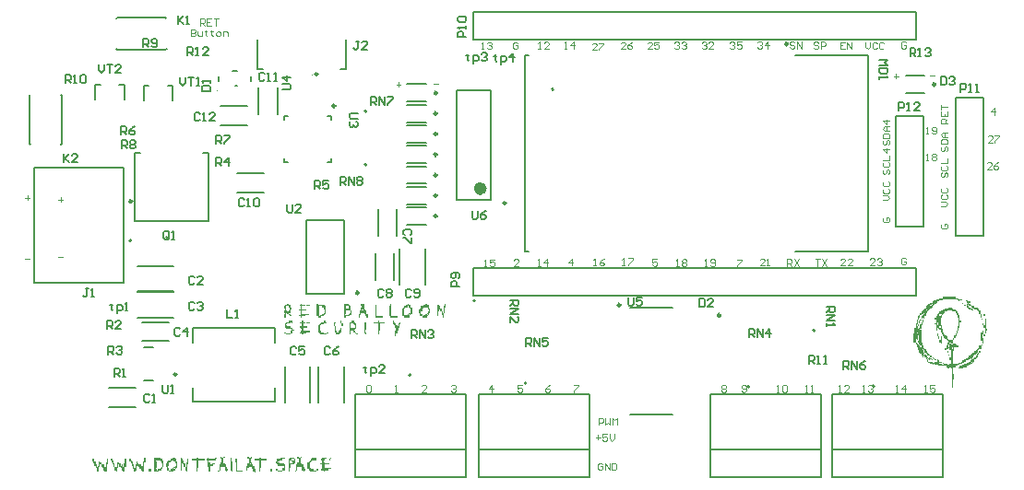
<source format=gto>
G04*
G04 #@! TF.GenerationSoftware,Altium Limited,Altium Designer,21.5.1 (32)*
G04*
G04 Layer_Color=65535*
%FSLAX25Y25*%
%MOIN*%
G70*
G04*
G04 #@! TF.SameCoordinates,57825C85-18FE-47E2-A138-B6FF28981A54*
G04*
G04*
G04 #@! TF.FilePolarity,Positive*
G04*
G01*
G75*
%ADD10C,0.00984*%
%ADD11C,0.00787*%
%ADD12C,0.02362*%
%ADD13C,0.00394*%
%ADD14C,0.01000*%
%ADD15C,0.00600*%
%ADD16C,0.00500*%
%ADD17C,0.00400*%
G36*
X341436Y69427D02*
X342665D01*
Y69017D01*
X343895D01*
Y68607D01*
X343075D01*
Y68197D01*
X342665D01*
Y68607D01*
X342255D01*
Y69017D01*
X336927D01*
Y68607D01*
X335698D01*
Y68197D01*
X334878D01*
Y67787D01*
X334468D01*
Y67377D01*
X334058D01*
Y66967D01*
X333648D01*
Y66558D01*
X333238D01*
Y66148D01*
X332828D01*
Y65738D01*
X332419D01*
Y65328D01*
X332009D01*
Y64918D01*
X331599D01*
Y64508D01*
X331189D01*
Y64098D01*
X330779D01*
Y62869D01*
X330369D01*
Y62459D01*
Y62049D01*
X329960D01*
Y62459D01*
X329550D01*
Y62049D01*
X329140D01*
Y62869D01*
X329550D01*
Y63279D01*
X329960D01*
Y63688D01*
X329140D01*
Y63279D01*
X328730D01*
Y64098D01*
X329140D01*
Y64508D01*
X329550D01*
Y64918D01*
X329960D01*
Y65328D01*
X330369D01*
Y65738D01*
X330779D01*
Y66558D01*
X331189D01*
Y66967D01*
X331599D01*
Y67377D01*
X332419D01*
Y67787D01*
X333238D01*
Y68197D01*
X333648D01*
Y68607D01*
X334468D01*
Y69017D01*
X335698D01*
Y69427D01*
X336927D01*
Y69836D01*
X341436D01*
Y69427D01*
D02*
G37*
G36*
X344305Y67377D02*
X343895D01*
Y67787D01*
X344305D01*
Y67377D01*
D02*
G37*
G36*
X345124Y66558D02*
X344714D01*
Y66967D01*
X345124D01*
Y66558D01*
D02*
G37*
G36*
X108225D02*
X106995D01*
Y66967D01*
X108225D01*
Y66558D01*
D02*
G37*
G36*
X157408Y66148D02*
X156999D01*
Y64098D01*
X156589D01*
Y64508D01*
Y66558D01*
X156999D01*
Y67377D01*
X157408D01*
Y66148D01*
D02*
G37*
G36*
X150441Y66967D02*
X151260D01*
Y65738D01*
X151670D01*
Y64098D01*
X151260D01*
Y63279D01*
X150851D01*
Y63688D01*
X150441D01*
Y64098D01*
X150851D01*
Y64508D01*
X151260D01*
Y65328D01*
X150851D01*
Y66148D01*
X149211D01*
Y65738D01*
X148801D01*
Y64508D01*
X148391D01*
Y63688D01*
X148801D01*
Y62869D01*
X149211D01*
Y63279D01*
X150031D01*
Y63688D01*
X150441D01*
Y63279D01*
X150851D01*
Y62869D01*
X150441D01*
Y62459D01*
X148801D01*
Y62869D01*
X147982D01*
Y64098D01*
X147572D01*
Y65328D01*
X147982D01*
Y65738D01*
X148391D01*
Y66558D01*
X149211D01*
Y66967D01*
X150031D01*
Y67377D01*
X150441D01*
Y66967D01*
D02*
G37*
G36*
X143883D02*
X144703D01*
Y66148D01*
X145113D01*
Y63688D01*
X144703D01*
Y63279D01*
X144293D01*
Y63688D01*
X143883D01*
Y64098D01*
X144703D01*
Y65738D01*
X144293D01*
Y66148D01*
X143883D01*
Y66558D01*
X143473D01*
Y66148D01*
X142653D01*
Y65738D01*
X142244D01*
Y63279D01*
X143473D01*
Y63688D01*
X143883D01*
Y63279D01*
X144293D01*
Y62459D01*
X142244D01*
Y62869D01*
X141424D01*
Y65738D01*
X141834D01*
Y66148D01*
X142244D01*
Y66558D01*
X143063D01*
Y66967D01*
X143473D01*
Y67377D01*
X143883D01*
Y66967D01*
D02*
G37*
G36*
X352092Y62869D02*
X351682D01*
Y63688D01*
X352092D01*
Y62869D01*
D02*
G37*
G36*
X100438Y66967D02*
X101258D01*
Y66148D01*
X101667D01*
Y65328D01*
X101258D01*
Y64098D01*
X100438D01*
Y63688D01*
X101258D01*
Y63279D01*
X101667D01*
Y62869D01*
X100848D01*
Y63279D01*
X100438D01*
Y63688D01*
X100028D01*
Y64098D01*
X99618D01*
Y62459D01*
X98798D01*
Y63688D01*
X99208D01*
Y64098D01*
X98798D01*
Y64918D01*
X99208D01*
Y65738D01*
X98798D01*
Y66558D01*
X99208D01*
Y66967D01*
X100028D01*
Y67377D01*
X100438D01*
Y66967D01*
D02*
G37*
G36*
X345944Y68197D02*
X346764D01*
Y67787D01*
X346354D01*
Y67377D01*
X346764D01*
Y66967D01*
X347174D01*
Y66558D01*
X348403D01*
Y66148D01*
X349633D01*
Y65738D01*
X350043D01*
Y64918D01*
X350452D01*
Y63688D01*
X350862D01*
Y62459D01*
X350452D01*
Y63688D01*
X350043D01*
Y64508D01*
X349633D01*
Y64918D01*
X349223D01*
Y65328D01*
X348403D01*
Y65738D01*
X347583D01*
Y66148D01*
X347174D01*
Y66558D01*
X346354D01*
Y66967D01*
X345944D01*
Y66558D01*
X346354D01*
Y66148D01*
X346764D01*
Y65738D01*
X347583D01*
Y65328D01*
X347993D01*
Y64918D01*
X347174D01*
Y65328D01*
X346354D01*
Y65738D01*
X345944D01*
Y66148D01*
X345534D01*
Y67377D01*
X345944D01*
Y67787D01*
X345534D01*
Y68197D01*
X345124D01*
Y68607D01*
X345944D01*
Y68197D01*
D02*
G37*
G36*
X154949Y66558D02*
X155359D01*
Y65738D01*
X155769D01*
Y64508D01*
X156179D01*
Y64098D01*
X156589D01*
Y62459D01*
X156179D01*
Y63279D01*
X155769D01*
Y64508D01*
X155359D01*
Y65328D01*
X154949D01*
Y64508D01*
X154539D01*
Y62869D01*
X154130D01*
Y63279D01*
Y66967D01*
X154949D01*
Y66558D01*
D02*
G37*
G36*
X137735Y62869D02*
X139784D01*
Y62459D01*
X137325D01*
Y62869D01*
X136915D01*
Y66558D01*
X137325D01*
Y67377D01*
X137735D01*
Y62869D01*
D02*
G37*
G36*
X132407D02*
X134456D01*
Y62459D01*
X131997D01*
Y64098D01*
Y64508D01*
Y66967D01*
X132407D01*
Y62869D01*
D02*
G37*
G36*
X127898Y65328D02*
X128308D01*
Y64918D01*
X128718D01*
Y63688D01*
X129128D01*
Y62459D01*
X128718D01*
Y62869D01*
X128308D01*
Y63688D01*
X127898D01*
Y64098D01*
X126669D01*
Y63279D01*
X126259D01*
Y62459D01*
X125849D01*
Y63688D01*
X126259D01*
Y64918D01*
X126669D01*
Y66148D01*
X127079D01*
Y66558D01*
X126669D01*
Y66967D01*
Y67377D01*
X127898D01*
Y65328D01*
D02*
G37*
G36*
X122160Y66967D02*
X122570D01*
Y66558D01*
X122980D01*
Y64918D01*
X123390D01*
Y63279D01*
X122570D01*
Y62869D01*
X121341D01*
Y62459D01*
X120521D01*
Y67377D01*
X122160D01*
Y66967D01*
D02*
G37*
G36*
X111094D02*
X113553D01*
Y66558D01*
X113963D01*
Y63688D01*
X113553D01*
Y63279D01*
X113143D01*
Y62869D01*
X112324D01*
Y62459D01*
X111094D01*
Y62869D01*
X110684D01*
Y64098D01*
Y64508D01*
Y67377D01*
X111094D01*
Y66967D01*
D02*
G37*
G36*
X105356D02*
X106586D01*
Y66558D01*
X105356D01*
Y65328D01*
X106995D01*
Y64918D01*
X105356D01*
Y63688D01*
X107815D01*
Y63279D01*
X106586D01*
Y62869D01*
X105356D01*
Y62459D01*
X104946D01*
Y62869D01*
X104127D01*
Y63279D01*
X104946D01*
Y63688D01*
Y64918D01*
X104127D01*
Y65328D01*
X104946D01*
Y66558D01*
X104536D01*
Y66967D01*
X104946D01*
Y67377D01*
X105356D01*
Y66967D01*
D02*
G37*
G36*
X351272Y61639D02*
X350862D01*
Y62049D01*
X351272D01*
Y61639D01*
D02*
G37*
G36*
X328730Y62869D02*
Y62459D01*
X328320D01*
Y61639D01*
X327910D01*
Y62869D01*
X328320D01*
Y63279D01*
X328730D01*
Y62869D01*
D02*
G37*
G36*
X329140Y61229D02*
X328730D01*
Y61639D01*
X329140D01*
Y61229D01*
D02*
G37*
G36*
X329960D02*
Y60819D01*
X329550D01*
Y61639D01*
X329960D01*
Y61229D01*
D02*
G37*
G36*
X328730Y60410D02*
X328320D01*
Y61229D01*
X328730D01*
Y60410D01*
D02*
G37*
G36*
X108225D02*
X106995D01*
Y60819D01*
X108225D01*
Y60410D01*
D02*
G37*
G36*
X102077D02*
X101667D01*
Y60819D01*
X101258D01*
Y60410D01*
X100028D01*
Y60000D01*
X99618D01*
Y59590D01*
X100028D01*
Y59180D01*
X101258D01*
Y58770D01*
X102077D01*
Y57950D01*
X102487D01*
Y57541D01*
X102077D01*
Y56721D01*
X101258D01*
Y57541D01*
X101667D01*
Y58360D01*
X99618D01*
Y58770D01*
X99208D01*
Y60410D01*
X99618D01*
Y60819D01*
X100438D01*
Y61229D01*
X102077D01*
Y60410D01*
D02*
G37*
G36*
X352502Y60000D02*
Y59590D01*
Y58360D01*
X352912D01*
Y57541D01*
X352502D01*
Y56721D01*
X352092D01*
Y58770D01*
X351682D01*
Y59590D01*
X351272D01*
Y60410D01*
X351682D01*
Y60000D01*
Y59590D01*
X352092D01*
Y62049D01*
X352502D01*
Y60000D01*
D02*
G37*
G36*
X119701Y60410D02*
X120111D01*
Y59180D01*
X119701D01*
Y59590D01*
Y60000D01*
Y60410D01*
X119291D01*
Y61229D01*
X119701D01*
Y60410D01*
D02*
G37*
G36*
X340206Y65738D02*
X340616D01*
Y65328D01*
X341436D01*
Y64918D01*
X341845D01*
Y64508D01*
X342255D01*
Y64098D01*
X342665D01*
Y63279D01*
X343075D01*
Y61229D01*
X343485D01*
Y60819D01*
X343075D01*
Y58770D01*
X342665D01*
Y57541D01*
X342255D01*
Y59180D01*
X342665D01*
Y62459D01*
X342255D01*
Y63279D01*
X341845D01*
Y64098D01*
X341436D01*
Y64508D01*
X340206D01*
Y64918D01*
X338566D01*
Y64508D01*
X337747D01*
Y64098D01*
X337337D01*
Y63688D01*
X336927D01*
Y63279D01*
X336517D01*
Y63688D01*
X335698D01*
Y62869D01*
X336107D01*
Y63279D01*
X336517D01*
Y62459D01*
X336107D01*
Y59590D01*
X336517D01*
Y58360D01*
X336927D01*
Y57131D01*
X337337D01*
Y56311D01*
X337747D01*
Y55901D01*
X338157D01*
Y55491D01*
X338566D01*
Y54672D01*
X338976D01*
Y54262D01*
X340616D01*
Y53032D01*
X341436D01*
Y52622D01*
X341845D01*
Y52212D01*
X342665D01*
Y51802D01*
X341026D01*
Y50163D01*
X340616D01*
Y45655D01*
X342665D01*
Y46064D01*
X343485D01*
Y46474D01*
X343895D01*
Y46884D01*
X344714D01*
Y47294D01*
X345124D01*
Y47704D01*
X345944D01*
Y48114D01*
X346354D01*
Y48524D01*
X346764D01*
Y48934D01*
X347174D01*
Y49343D01*
X347583D01*
Y49753D01*
X348403D01*
Y50163D01*
X348813D01*
Y50573D01*
X349223D01*
Y50983D01*
X349633D01*
Y51393D01*
X350043D01*
Y52212D01*
X350862D01*
Y50983D01*
X350043D01*
Y50573D01*
X349633D01*
Y49753D01*
X350043D01*
Y48934D01*
X349633D01*
Y48114D01*
X349223D01*
Y47704D01*
X348813D01*
Y47294D01*
X348403D01*
Y46474D01*
X347993D01*
Y46064D01*
X347583D01*
Y46474D01*
X347174D01*
Y46064D01*
X347583D01*
Y45655D01*
X346764D01*
Y45245D01*
X346354D01*
Y44835D01*
X345534D01*
Y44425D01*
X344305D01*
Y44015D01*
X342665D01*
Y44425D01*
X343075D01*
Y44835D01*
X343895D01*
Y45245D01*
X344714D01*
Y45655D01*
X345534D01*
Y46064D01*
X346354D01*
Y46474D01*
X346764D01*
Y46884D01*
X347174D01*
Y47704D01*
X346764D01*
Y47294D01*
X346354D01*
Y46884D01*
X345124D01*
Y46474D01*
X344714D01*
Y46064D01*
X343895D01*
Y45655D01*
X343075D01*
Y45245D01*
X342255D01*
Y44835D01*
X341436D01*
Y44425D01*
X340616D01*
Y41966D01*
X341026D01*
Y39917D01*
X340616D01*
Y37047D01*
X340206D01*
Y44015D01*
X339796D01*
Y44425D01*
X339386D01*
Y44015D01*
X338566D01*
Y44425D01*
X338157D01*
Y44835D01*
X335288D01*
Y45245D01*
X334058D01*
Y45655D01*
X333648D01*
Y45245D01*
X333238D01*
Y45655D01*
X332419D01*
Y46064D01*
X331599D01*
Y46474D01*
X331189D01*
Y47294D01*
X330779D01*
Y48114D01*
X330369D01*
Y48524D01*
X329960D01*
Y48114D01*
X329550D01*
Y48524D01*
X329140D01*
Y49343D01*
X328730D01*
Y49753D01*
X328320D01*
Y50573D01*
X327910D01*
Y51802D01*
X327500D01*
Y52622D01*
X327090D01*
Y53442D01*
X326271D01*
Y56721D01*
X326681D01*
Y58770D01*
X327090D01*
Y60410D01*
X327500D01*
Y61639D01*
X327910D01*
Y60000D01*
X328320D01*
Y59180D01*
X327910D01*
Y60000D01*
X327500D01*
Y59180D01*
X327910D01*
Y58360D01*
X328320D01*
Y58770D01*
X328730D01*
Y60000D01*
X329140D01*
Y60819D01*
X329550D01*
Y59590D01*
X329140D01*
Y58360D01*
X328730D01*
Y57950D01*
X329140D01*
Y53442D01*
X329550D01*
Y52212D01*
X329960D01*
Y51393D01*
X330369D01*
Y50983D01*
X330779D01*
Y50163D01*
X331189D01*
Y49753D01*
X331599D01*
Y49343D01*
X332009D01*
Y48934D01*
X332419D01*
Y48524D01*
X332828D01*
Y48114D01*
X332419D01*
Y48524D01*
X331189D01*
Y49343D01*
X330779D01*
Y49753D01*
X330369D01*
Y50573D01*
X329960D01*
Y50983D01*
X329550D01*
Y50573D01*
X329960D01*
Y49753D01*
X330369D01*
Y49343D01*
X329960D01*
Y48934D01*
X330779D01*
Y48524D01*
X331189D01*
Y48114D01*
X331599D01*
Y47704D01*
X332009D01*
Y48114D01*
X332419D01*
Y47704D01*
X332828D01*
Y47294D01*
X333238D01*
Y46884D01*
X332828D01*
Y47294D01*
X332419D01*
Y46884D01*
X332009D01*
Y47294D01*
X331599D01*
Y47704D01*
X331189D01*
Y47294D01*
X331599D01*
Y46884D01*
Y46474D01*
X333238D01*
Y46064D01*
X334058D01*
Y46474D01*
X334878D01*
Y47294D01*
X335288D01*
Y46884D01*
X335698D01*
Y46474D01*
X336517D01*
Y46064D01*
X335698D01*
Y45655D01*
X336517D01*
Y45245D01*
X337337D01*
Y45655D01*
X336927D01*
Y46064D01*
X337337D01*
Y45655D01*
X338566D01*
Y45245D01*
X339386D01*
Y45655D01*
X339796D01*
Y46884D01*
X339386D01*
Y48114D01*
X339796D01*
Y50573D01*
X339386D01*
Y51393D01*
X338976D01*
Y50983D01*
X338157D01*
Y50573D01*
X337747D01*
Y51393D01*
X338157D01*
Y52212D01*
X338566D01*
Y53442D01*
X338976D01*
Y53852D01*
X338566D01*
Y54262D01*
X338157D01*
Y54672D01*
X337747D01*
Y55081D01*
X337337D01*
Y55491D01*
X336927D01*
Y56311D01*
X336517D01*
Y57131D01*
X336107D01*
Y57950D01*
X335698D01*
Y58360D01*
X335288D01*
Y58770D01*
X334878D01*
Y57541D01*
X334468D01*
Y60000D01*
X334058D01*
Y60410D01*
X334468D01*
Y61639D01*
X334058D01*
Y62459D01*
X334468D01*
Y62869D01*
X334878D01*
Y63688D01*
X335288D01*
Y64098D01*
X335698D01*
Y64508D01*
X336107D01*
Y64918D01*
X336927D01*
Y65328D01*
X337747D01*
Y65738D01*
X338976D01*
Y66148D01*
X340206D01*
Y65738D01*
D02*
G37*
G36*
X342255Y57131D02*
Y56721D01*
X341845D01*
Y57541D01*
X342255D01*
Y57131D01*
D02*
G37*
G36*
X114783Y56721D02*
X114373D01*
Y57131D01*
X114783D01*
Y56721D01*
D02*
G37*
G36*
X133227Y60819D02*
X135276D01*
Y60410D01*
X133636D01*
Y57541D01*
X133227D01*
Y56311D01*
X132817D01*
Y60410D01*
X131177D01*
Y60819D01*
X132817D01*
Y61229D01*
X133227D01*
Y60819D01*
D02*
G37*
G36*
X128718Y59180D02*
Y58770D01*
Y57950D01*
X128308D01*
Y57131D01*
X128718D01*
Y56311D01*
X128308D01*
Y56721D01*
X127898D01*
Y60819D01*
X128718D01*
Y59180D01*
D02*
G37*
G36*
X124210Y60819D02*
X124619D01*
Y60410D01*
X125029D01*
Y58360D01*
X124619D01*
Y57950D01*
X124210D01*
Y57541D01*
X124619D01*
Y57131D01*
X125029D01*
Y56721D01*
X125439D01*
Y56311D01*
X125029D01*
Y56721D01*
X124619D01*
Y57131D01*
X123800D01*
Y57541D01*
X122980D01*
Y56311D01*
X122570D01*
Y58360D01*
Y58770D01*
Y60819D01*
X123390D01*
Y61229D01*
X124210D01*
Y60819D01*
D02*
G37*
G36*
X117652Y60410D02*
X117242D01*
Y60000D01*
Y59180D01*
X117652D01*
Y57541D01*
X118062D01*
Y57131D01*
X118472D01*
Y57541D01*
X118881D01*
Y57950D01*
X119291D01*
Y58770D01*
X119701D01*
Y57131D01*
X119291D01*
Y56721D01*
X118881D01*
Y56311D01*
X117652D01*
Y57131D01*
X117242D01*
Y58360D01*
Y58770D01*
Y59180D01*
X116832D01*
Y60819D01*
X117652D01*
Y60410D01*
D02*
G37*
G36*
X113963Y60819D02*
X114373D01*
Y60410D01*
X113143D01*
Y60000D01*
X112324D01*
Y59590D01*
X111914D01*
Y57541D01*
X112324D01*
Y57131D01*
X113143D01*
Y56721D01*
X114373D01*
Y56311D01*
X111914D01*
Y56721D01*
X111504D01*
Y57131D01*
X111094D01*
Y59590D01*
X111504D01*
Y60000D01*
X111914D01*
Y60410D01*
X112324D01*
Y60819D01*
X113143D01*
Y61229D01*
X113963D01*
Y60819D01*
D02*
G37*
G36*
X105766D02*
X106586D01*
Y60410D01*
X105766D01*
Y59180D01*
X107405D01*
Y58770D01*
X105766D01*
Y57541D01*
X108225D01*
Y57131D01*
X106995D01*
Y56721D01*
X105766D01*
Y56311D01*
X105356D01*
Y56721D01*
X104536D01*
Y57131D01*
X104946D01*
Y57541D01*
X105356D01*
Y58360D01*
X104946D01*
Y58770D01*
X104536D01*
Y59180D01*
X105356D01*
Y60410D01*
X104536D01*
Y60819D01*
X105356D01*
Y61229D01*
X105766D01*
Y60819D01*
D02*
G37*
G36*
X99618Y56721D02*
X101258D01*
Y56311D01*
X99618D01*
Y56721D01*
X98798D01*
Y57131D01*
X99618D01*
Y56721D01*
D02*
G37*
G36*
X351682Y56311D02*
X352092D01*
Y55491D01*
X351682D01*
Y55901D01*
Y56311D01*
X351272D01*
Y55081D01*
X351682D01*
Y53032D01*
X351272D01*
Y53852D01*
X350452D01*
Y54262D01*
Y57131D01*
X351272D01*
Y57541D01*
X351682D01*
Y56311D01*
D02*
G37*
G36*
X138555Y60819D02*
X138965D01*
Y60410D01*
X139374D01*
Y59590D01*
X139784D01*
Y59180D01*
X140194D01*
Y60410D01*
X140604D01*
Y60819D01*
X141014D01*
Y60000D01*
X140604D01*
Y58770D01*
X140194D01*
Y57541D01*
X139784D01*
Y56721D01*
X139374D01*
Y55491D01*
X138965D01*
Y57541D01*
X139374D01*
Y58770D01*
X138965D01*
Y59590D01*
X138555D01*
Y60000D01*
X138145D01*
Y61229D01*
X138555D01*
Y60819D01*
D02*
G37*
G36*
X341845Y55491D02*
X341436D01*
Y55081D01*
X341026D01*
Y55491D01*
Y55901D01*
X341436D01*
Y56721D01*
X341845D01*
Y55491D01*
D02*
G37*
G36*
X335288D02*
X335698D01*
Y55081D01*
Y54672D01*
X335288D01*
Y55491D01*
X334878D01*
Y55901D01*
Y56311D01*
Y56721D01*
X335288D01*
Y55491D01*
D02*
G37*
G36*
X341026Y54672D02*
Y54262D01*
X340616D01*
Y55081D01*
X341026D01*
Y54672D01*
D02*
G37*
G36*
X336517Y53032D02*
X336107D01*
Y53442D01*
X335698D01*
Y54262D01*
X336107D01*
Y54672D01*
Y55081D01*
Y55491D01*
X336517D01*
Y53032D01*
D02*
G37*
G36*
X351272Y52212D02*
X350862D01*
Y52622D01*
X351272D01*
Y52212D01*
D02*
G37*
G36*
X350452Y49753D02*
X350043D01*
Y50163D01*
X350452D01*
Y49753D01*
D02*
G37*
G36*
X338976D02*
X338566D01*
Y50163D01*
X338976D01*
Y49753D01*
D02*
G37*
G36*
X339386Y48524D02*
X338976D01*
Y48934D01*
X339386D01*
Y48524D01*
D02*
G37*
G36*
X333648Y47704D02*
X334058D01*
Y47294D01*
X334468D01*
Y46884D01*
X334058D01*
Y47294D01*
X333648D01*
Y47704D01*
X333238D01*
Y48114D01*
X333648D01*
Y47704D01*
D02*
G37*
G36*
X105356Y11636D02*
X104946D01*
Y12046D01*
X105356D01*
Y11636D01*
D02*
G37*
G36*
X87322Y11226D02*
X86912D01*
Y9997D01*
X87322D01*
Y9177D01*
X87732D01*
Y8767D01*
X88142D01*
Y7538D01*
X88552D01*
Y6308D01*
X88142D01*
Y6718D01*
X87732D01*
Y7538D01*
X87322D01*
Y8357D01*
X86093D01*
Y7948D01*
X85683D01*
Y7128D01*
X85273D01*
Y8767D01*
X85683D01*
Y9587D01*
X86093D01*
Y9997D01*
Y10407D01*
Y11226D01*
X85683D01*
Y12046D01*
X86093D01*
Y11636D01*
X86912D01*
Y12046D01*
X87322D01*
Y11226D01*
D02*
G37*
G36*
X77486Y11636D02*
X77076D01*
Y12046D01*
X77486D01*
Y11636D01*
D02*
G37*
G36*
X116013Y11226D02*
X115603D01*
Y11636D01*
X116013D01*
Y11226D01*
D02*
G37*
G36*
X74617D02*
X74207D01*
Y10817D01*
X71748D01*
Y9997D01*
X72157D01*
Y9177D01*
X72977D01*
Y9587D01*
X73797D01*
Y9177D01*
X73387D01*
Y8767D01*
X72157D01*
Y6718D01*
X71748D01*
Y8357D01*
X71338D01*
Y10817D01*
X70928D01*
Y11226D01*
X71338D01*
Y11636D01*
X71748D01*
Y11226D01*
X73797D01*
Y11636D01*
X74617D01*
Y11226D01*
D02*
G37*
G36*
X115603Y10817D02*
X115193D01*
Y11226D01*
X115603D01*
Y10817D01*
D02*
G37*
G36*
X48795Y11226D02*
Y10817D01*
Y9997D01*
X48386D01*
Y6718D01*
X47566D01*
Y7128D01*
X47156D01*
Y7538D01*
X46746D01*
Y8357D01*
X46336D01*
Y8767D01*
X45516D01*
Y7128D01*
X45107D01*
Y6718D01*
X44697D01*
Y7538D01*
X44287D01*
Y8767D01*
X43877D01*
Y9587D01*
X43467D01*
Y10407D01*
X43057D01*
Y11226D01*
X43467D01*
Y10817D01*
X43877D01*
Y10407D01*
X44287D01*
Y9177D01*
X44697D01*
Y7948D01*
X45107D01*
Y9177D01*
X45516D01*
Y10407D01*
X45926D01*
Y9587D01*
X46336D01*
Y9177D01*
X47156D01*
Y8767D01*
X47976D01*
Y10407D01*
X48386D01*
Y11636D01*
X48795D01*
Y11226D01*
D02*
G37*
G36*
X54124D02*
X54943D01*
Y10817D01*
X55353D01*
Y8357D01*
X54943D01*
Y9587D01*
X54533D01*
Y10407D01*
X54124D01*
Y10817D01*
X52484D01*
Y10407D01*
X52894D01*
Y7948D01*
X52484D01*
Y7538D01*
X52894D01*
Y7128D01*
X53304D01*
Y7538D01*
X54124D01*
Y7948D01*
X54533D01*
Y8357D01*
X54943D01*
Y7948D01*
Y7538D01*
X54533D01*
Y7128D01*
X53714D01*
Y6718D01*
X52074D01*
Y11636D01*
X54124D01*
Y11226D01*
D02*
G37*
G36*
X41828Y8357D02*
X41418D01*
Y6718D01*
X40598D01*
Y7128D01*
X40188D01*
Y7948D01*
X39779D01*
Y8357D01*
X39369D01*
Y9177D01*
X38959D01*
Y7948D01*
X38549D01*
Y6718D01*
X38139D01*
Y7128D01*
X37729D01*
Y8357D01*
X37319D01*
Y9177D01*
X36909D01*
Y9997D01*
X36500D01*
Y10817D01*
X36090D01*
Y11226D01*
X36909D01*
Y10817D01*
X37319D01*
Y9587D01*
X37729D01*
Y8357D01*
X38549D01*
Y9997D01*
X39369D01*
Y9587D01*
X39779D01*
Y8767D01*
X40188D01*
Y9177D01*
X40598D01*
Y8357D01*
X41008D01*
Y9587D01*
X41418D01*
Y11226D01*
X41828D01*
Y8357D01*
D02*
G37*
G36*
X35270Y9177D02*
X34860D01*
Y6718D01*
X34040D01*
Y7128D01*
X33631D01*
Y7948D01*
X33221D01*
Y8357D01*
X32811D01*
Y9177D01*
X32401D01*
Y8357D01*
X31991D01*
Y6718D01*
X31171D01*
Y7948D01*
X30762D01*
Y8767D01*
X30352D01*
Y9587D01*
X29942D01*
Y10407D01*
X29532D01*
Y11226D01*
X30352D01*
Y10407D01*
X30762D01*
Y9177D01*
X31171D01*
Y8767D01*
Y8357D01*
X31581D01*
Y8767D01*
X31991D01*
Y10407D01*
X32401D01*
Y9997D01*
X32811D01*
Y9177D01*
X34040D01*
Y8767D01*
Y8357D01*
X34450D01*
Y9997D01*
X34860D01*
Y11226D01*
X35270D01*
Y9177D01*
D02*
G37*
G36*
X59452Y11226D02*
X59862D01*
Y10407D01*
X60272D01*
Y7948D01*
X59862D01*
Y7538D01*
X59452D01*
Y7948D01*
X59042D01*
Y8357D01*
X59452D01*
Y8767D01*
X59862D01*
Y9587D01*
X59452D01*
Y10407D01*
X59042D01*
Y10817D01*
X58222D01*
Y10407D01*
X57812D01*
Y9997D01*
X57402D01*
Y8767D01*
X56993D01*
Y7948D01*
X57402D01*
Y7128D01*
X57812D01*
Y7538D01*
X58632D01*
Y7948D01*
X59042D01*
Y7538D01*
X59452D01*
Y7128D01*
X59042D01*
Y6718D01*
X57402D01*
Y7128D01*
X56583D01*
Y8357D01*
X56173D01*
Y9587D01*
X56583D01*
Y10407D01*
X56993D01*
Y10817D01*
X57812D01*
Y11226D01*
X58632D01*
Y11636D01*
X59452D01*
Y11226D01*
D02*
G37*
G36*
X111094Y7128D02*
X110684D01*
Y7538D01*
X111094D01*
Y7128D01*
D02*
G37*
G36*
X99208Y11226D02*
X98388D01*
Y10817D01*
X97159D01*
Y10407D01*
X96749D01*
Y9997D01*
X97159D01*
Y9587D01*
X98798D01*
Y9177D01*
X99208D01*
Y7128D01*
X98388D01*
Y7948D01*
X98798D01*
Y8767D01*
X96749D01*
Y9177D01*
X96339D01*
Y9587D01*
X95929D01*
Y10407D01*
X96339D01*
Y11226D01*
X97569D01*
Y11636D01*
X99208D01*
Y11226D01*
D02*
G37*
G36*
X114373D02*
X113553D01*
Y10817D01*
X113143D01*
Y9997D01*
X113553D01*
Y9587D01*
X115193D01*
Y9177D01*
X113553D01*
Y7948D01*
X116013D01*
Y7538D01*
X114783D01*
Y7128D01*
X113553D01*
Y6718D01*
X113143D01*
Y7128D01*
X112324D01*
Y7538D01*
X112734D01*
Y9177D01*
X111914D01*
Y9587D01*
X112734D01*
Y10817D01*
X112324D01*
Y11226D01*
X112734D01*
Y11636D01*
X114373D01*
Y11226D01*
D02*
G37*
G36*
X110684Y10817D02*
X109045D01*
Y10407D01*
X108635D01*
Y9997D01*
X108225D01*
Y7948D01*
X108635D01*
Y7538D01*
X109455D01*
Y7128D01*
X110684D01*
Y6718D01*
X108225D01*
Y7128D01*
X107815D01*
Y7538D01*
X107405D01*
Y9997D01*
X107815D01*
Y10407D01*
X108225D01*
Y10817D01*
X108635D01*
Y11226D01*
X109045D01*
Y11636D01*
X110684D01*
Y10817D01*
D02*
G37*
G36*
X104127Y11636D02*
X104946D01*
Y9587D01*
X105356D01*
Y9177D01*
X105766D01*
Y8357D01*
X106176D01*
Y7538D01*
X106586D01*
Y7128D01*
X106176D01*
Y6718D01*
X105766D01*
Y7128D01*
X105356D01*
Y8357D01*
X103717D01*
Y7128D01*
X103307D01*
Y9177D01*
X103717D01*
Y9997D01*
X104127D01*
Y11226D01*
X103717D01*
Y12046D01*
X104127D01*
Y11636D01*
D02*
G37*
G36*
X103307Y6718D02*
X102897D01*
Y7128D01*
X103307D01*
Y6718D01*
D02*
G37*
G36*
X102487Y11226D02*
X102897D01*
Y9587D01*
X102487D01*
Y9177D01*
X101258D01*
Y7948D01*
X100848D01*
Y6718D01*
X100438D01*
Y11226D01*
X100848D01*
Y11636D01*
X102487D01*
Y11226D01*
D02*
G37*
G36*
X96749Y7128D02*
X98388D01*
Y6718D01*
X96749D01*
Y7128D01*
X95929D01*
Y7538D01*
X96749D01*
Y7128D01*
D02*
G37*
G36*
X94700Y6718D02*
X93880D01*
Y7538D01*
X94700D01*
Y6718D01*
D02*
G37*
G36*
X90601Y11226D02*
X92650D01*
Y10817D01*
X90601D01*
Y7948D01*
X90191D01*
Y6718D01*
X89781D01*
Y10817D01*
X88142D01*
Y11226D01*
X89781D01*
Y11636D01*
X90601D01*
Y11226D01*
D02*
G37*
G36*
X81994Y7128D02*
X84043D01*
Y6718D01*
X81584D01*
Y9587D01*
Y9997D01*
X81174D01*
Y11226D01*
X81994D01*
Y7128D01*
D02*
G37*
G36*
X79945Y10407D02*
X80355D01*
Y7948D01*
Y7538D01*
Y6718D01*
X79945D01*
Y7128D01*
X79535D01*
Y11636D01*
X79945D01*
Y10407D01*
D02*
G37*
G36*
X76256Y11636D02*
X77076D01*
Y9587D01*
X77486D01*
Y9177D01*
X77895D01*
Y8357D01*
X78305D01*
Y7538D01*
X78715D01*
Y7128D01*
X78305D01*
Y6718D01*
X77895D01*
Y7128D01*
X77486D01*
Y8357D01*
X75846D01*
Y7128D01*
X75436D01*
Y8767D01*
Y9177D01*
X75846D01*
Y9997D01*
X76256D01*
Y11226D01*
X75846D01*
Y12046D01*
X76256D01*
Y11636D01*
D02*
G37*
G36*
X75436Y6718D02*
X75026D01*
Y7128D01*
X75436D01*
Y6718D01*
D02*
G37*
G36*
X68059Y11226D02*
X70108D01*
Y10817D01*
X68059D01*
Y7948D01*
X67649D01*
Y6718D01*
X67239D01*
Y8767D01*
Y9177D01*
Y10817D01*
X65600D01*
Y11226D01*
X67239D01*
Y11636D01*
X68059D01*
Y11226D01*
D02*
G37*
G36*
X61911D02*
X62321D01*
Y10817D01*
X62731D01*
Y9587D01*
X63140D01*
Y8357D01*
X63550D01*
Y8767D01*
Y9997D01*
X63960D01*
Y11226D01*
X64370D01*
Y9177D01*
X63960D01*
Y6718D01*
X63550D01*
Y7128D01*
X63140D01*
Y8357D01*
X62731D01*
Y8767D01*
Y9177D01*
X62321D01*
Y9587D01*
X61911D01*
Y7128D01*
X61501D01*
Y11636D01*
X61911D01*
Y11226D01*
D02*
G37*
G36*
X50845Y6718D02*
X50025D01*
Y7128D01*
Y7538D01*
X50845D01*
Y6718D01*
D02*
G37*
%LPC*%
G36*
X333238Y67377D02*
X332828D01*
Y66967D01*
X333238D01*
Y67377D01*
D02*
G37*
G36*
X332828Y66967D02*
X332419D01*
Y66558D01*
X332828D01*
Y66967D01*
D02*
G37*
G36*
X331189Y65328D02*
X330779D01*
Y64918D01*
X331189D01*
Y65328D01*
D02*
G37*
G36*
X330369Y64098D02*
X329960D01*
Y63688D01*
X330369D01*
Y64098D01*
D02*
G37*
G36*
X100438Y66558D02*
X99618D01*
Y65738D01*
Y65328D01*
Y64918D01*
X100028D01*
Y64508D01*
X100438D01*
Y64918D01*
X100848D01*
Y66148D01*
X100438D01*
Y66558D01*
D02*
G37*
G36*
X127489Y65328D02*
X127079D01*
Y64918D01*
X127489D01*
Y65328D01*
D02*
G37*
G36*
X122160Y66558D02*
X121341D01*
Y66148D01*
Y65738D01*
X122160D01*
Y66558D01*
D02*
G37*
G36*
X122980Y64918D02*
X121341D01*
Y63688D01*
X120931D01*
Y63279D01*
X122160D01*
Y63688D01*
X122570D01*
Y64098D01*
X122980D01*
Y64918D01*
D02*
G37*
G36*
X112734Y66558D02*
X111504D01*
Y62869D01*
X111914D01*
Y63279D01*
X112734D01*
Y63688D01*
X113143D01*
Y64098D01*
X113553D01*
Y64508D01*
Y64918D01*
Y65328D01*
X113143D01*
Y66148D01*
X112734D01*
Y66558D01*
D02*
G37*
G36*
X335288Y60819D02*
X334878D01*
Y59590D01*
X335288D01*
Y60819D01*
D02*
G37*
G36*
X336107Y59180D02*
X335698D01*
Y58770D01*
X336107D01*
Y59180D01*
D02*
G37*
G36*
X327910Y57131D02*
X327500D01*
Y56721D01*
X327910D01*
Y57131D01*
D02*
G37*
G36*
X328320Y55901D02*
X327910D01*
Y54262D01*
X327500D01*
Y54672D01*
X327090D01*
Y53442D01*
X327500D01*
Y53032D01*
X327910D01*
Y52622D01*
X328320D01*
Y52212D01*
X328730D01*
Y51802D01*
X329140D01*
Y52212D01*
X328730D01*
Y52622D01*
X328320D01*
Y53442D01*
X327910D01*
Y53852D01*
X328320D01*
Y55901D01*
D02*
G37*
G36*
X339796Y53442D02*
X339386D01*
Y53032D01*
X339796D01*
Y52622D01*
X340616D01*
Y53032D01*
X339796D01*
Y53442D01*
D02*
G37*
G36*
X339386Y52622D02*
X338976D01*
Y51802D01*
X339386D01*
Y52212D01*
Y52622D01*
D02*
G37*
G36*
X340616Y51802D02*
X340206D01*
Y50983D01*
X340616D01*
Y51393D01*
Y51802D01*
D02*
G37*
G36*
X349633Y49753D02*
X349223D01*
Y49343D01*
X349633D01*
Y49753D01*
D02*
G37*
G36*
X349223Y49343D02*
X348813D01*
Y48934D01*
X348403D01*
Y48524D01*
X347993D01*
Y48114D01*
X347583D01*
Y47294D01*
X347993D01*
Y47704D01*
X348403D01*
Y48114D01*
X348813D01*
Y48524D01*
X349223D01*
Y49343D01*
D02*
G37*
G36*
X123800Y60410D02*
X122980D01*
Y58770D01*
X124619D01*
Y59590D01*
X124210D01*
Y60000D01*
X123800D01*
Y60410D01*
D02*
G37*
G36*
X86912Y9587D02*
X86502D01*
Y9177D01*
X86912D01*
Y9587D01*
D02*
G37*
G36*
X102487Y11226D02*
X101667D01*
Y10817D01*
X102487D01*
Y11226D01*
D02*
G37*
G36*
X101667Y10817D02*
X100848D01*
Y9587D01*
X102077D01*
Y10407D01*
X101667D01*
Y10817D01*
D02*
G37*
%LPD*%
D10*
X60091Y41835D02*
G03*
X60091Y41835I-492J0D01*
G01*
X280847Y161398D02*
G03*
X280847Y161398I-492J0D01*
G01*
X334252Y146752D02*
G03*
X334252Y146752I-492J0D01*
G01*
X154134Y121407D02*
G03*
X154134Y121407I-492J0D01*
G01*
Y113976D02*
G03*
X154134Y113976I-492J0D01*
G01*
Y143700D02*
G03*
X154134Y143700I-492J0D01*
G01*
Y136269D02*
G03*
X154134Y136269I-492J0D01*
G01*
Y128838D02*
G03*
X154134Y128838I-492J0D01*
G01*
Y99114D02*
G03*
X154134Y99114I-492J0D01*
G01*
Y106545D02*
G03*
X154134Y106545I-492J0D01*
G01*
X179035Y103858D02*
G03*
X179035Y103858I-492J0D01*
G01*
X220472Y66929D02*
G03*
X220472Y66929I-492J0D01*
G01*
X256594Y63189D02*
G03*
X256594Y63189I-492J0D01*
G01*
X117382Y138974D02*
G03*
X117382Y138974I-492J0D01*
G01*
X111051Y150488D02*
G03*
X111051Y150488I-492J0D01*
G01*
X125874Y71323D02*
G03*
X125874Y71323I-492J0D01*
G01*
X43961Y104500D02*
G03*
X43961Y104500I-492J0D01*
G01*
D11*
X128740Y117717D02*
G03*
X128740Y117717I-394J0D01*
G01*
Y137106D02*
G03*
X128740Y137106I-394J0D01*
G01*
X312205Y37500D02*
G03*
X312205Y37500I-394J0D01*
G01*
X186417Y38681D02*
G03*
X186417Y38681I-394J0D01*
G01*
X267126Y37421D02*
G03*
X267126Y37421I-394J0D01*
G01*
X144685Y41614D02*
G03*
X144685Y41614I-394J0D01*
G01*
X168032Y68504D02*
G03*
X168032Y68504I-394J0D01*
G01*
X290768Y57776D02*
G03*
X290768Y57776I-394J0D01*
G01*
X43756Y90216D02*
G03*
X43756Y90216I-394J0D01*
G01*
X48280Y51579D02*
X51626D01*
X48280Y39571D02*
X51626D01*
X296824Y34610D02*
X336824D01*
X296824Y14610D02*
X336824D01*
Y34610D01*
X296824Y14610D02*
Y34610D01*
X253007D02*
X293007D01*
X253007Y14610D02*
X293007D01*
Y34610D01*
X253007Y14610D02*
Y34610D01*
X169191D02*
X209191D01*
X169191Y14610D02*
X209191D01*
Y34610D01*
X169191Y14610D02*
Y34610D01*
X124610D02*
X164610D01*
X124610Y14610D02*
X164610D01*
Y34610D01*
X124610Y14610D02*
Y34610D01*
X283602Y157461D02*
X309842D01*
X185827D02*
X187106D01*
X185827Y86201D02*
Y157461D01*
X283602Y86201D02*
X309842D01*
X185827D02*
X187106D01*
X309842D02*
Y157461D01*
X35709Y29905D02*
X45387D01*
X35709Y36827D02*
X45387D01*
X323524Y143602D02*
X330217D01*
X323524Y149902D02*
X330217D01*
X143405Y118258D02*
X150098D01*
X143405Y124557D02*
X150098D01*
X143405Y110827D02*
X150098D01*
X143405Y117126D02*
X150098D01*
X143405Y140551D02*
X150098D01*
X143405Y146850D02*
X150098D01*
X143405Y133120D02*
X150098D01*
X143405Y139419D02*
X150098D01*
X143405Y125689D02*
X150098D01*
X143405Y131988D02*
X150098D01*
X143405Y95965D02*
X150098D01*
X143405Y102264D02*
X150098D01*
X143405Y103396D02*
X150098D01*
X143405Y109695D02*
X150098D01*
X161122Y144488D02*
X173721D01*
X161122Y105118D02*
X173721D01*
X161122D02*
Y144488D01*
X173721Y105118D02*
Y144488D01*
X139729Y91976D02*
Y101654D01*
X132807Y91976D02*
Y101654D01*
X319902Y95276D02*
X329902D01*
X319902D02*
Y135276D01*
X329902Y95276D02*
Y135276D01*
X319902D02*
X329902D01*
X341555Y91870D02*
X351555D01*
X341555D02*
Y141870D01*
X351555Y91870D02*
Y141870D01*
X341555D02*
X351555D01*
X167244Y172913D02*
X327244D01*
Y162913D02*
Y172913D01*
X319744Y162913D02*
X327244D01*
X167244D02*
X319744D01*
X167244D02*
Y172913D01*
Y80394D02*
X327244D01*
Y70394D02*
Y80394D01*
X319744Y70394D02*
X327244D01*
X167244D02*
X319744D01*
X167244D02*
Y80394D01*
X223781Y27264D02*
X239211D01*
X223781Y65846D02*
X239211D01*
X336824Y4610D02*
Y14610D01*
X296824Y4610D02*
X336824D01*
X296824Y14610D02*
X336824D01*
X296824Y4610D02*
Y14610D01*
X293007Y4610D02*
Y14610D01*
X253007Y4610D02*
X293007D01*
X253007Y14610D02*
X293007D01*
X253007Y4610D02*
Y14610D01*
X209191Y4610D02*
Y14610D01*
X169191Y4610D02*
X209191D01*
X169191Y14610D02*
X209191D01*
X169191Y4610D02*
Y14610D01*
X124610Y4610D02*
Y14610D01*
X164610D01*
X124610Y4610D02*
X164610D01*
Y14610D01*
X140629Y74307D02*
Y87323D01*
X149906Y74307D02*
Y87323D01*
X39370Y146555D02*
X41142D01*
X30695D02*
X32480D01*
X30709Y141240D02*
Y146555D01*
X41142Y141240D02*
Y146555D01*
X56791Y146457D02*
X58563D01*
X48116D02*
X49902D01*
X48130Y141142D02*
Y146457D01*
X58563Y141142D02*
Y146457D01*
X114476Y135439D02*
X115854D01*
Y134061D02*
Y135439D01*
Y118509D02*
Y119887D01*
X114476Y118509D02*
X115854D01*
X98925D02*
X100303D01*
X98925D02*
Y119887D01*
Y135439D02*
X100303D01*
X98925Y134061D02*
Y135439D01*
X121268Y152457D02*
Y162988D01*
X89417Y152457D02*
Y162988D01*
Y152457D02*
X91268D01*
X119417D02*
X121268D01*
X75098Y148130D02*
Y149705D01*
X86910Y148130D02*
Y149705D01*
X81398Y146161D02*
X81791D01*
X80216Y151673D02*
X81791D01*
X75870Y138993D02*
X85548D01*
X75870Y132070D02*
X85548D01*
X96571Y136007D02*
Y145686D01*
X89649Y136007D02*
Y145686D01*
X81775Y114681D02*
X91453D01*
X81775Y107759D02*
X91453D01*
X107075Y97504D02*
X120461D01*
X107075Y71126D02*
X120461D01*
X107075D02*
Y97504D01*
X120461Y71126D02*
Y97504D01*
X131807Y75976D02*
Y85654D01*
X138729Y75976D02*
Y85654D01*
X46010Y81116D02*
X59026D01*
X46010Y71839D02*
X59026D01*
X46010Y71651D02*
X59026D01*
X46010Y62375D02*
X59026D01*
X47679Y60776D02*
X57357D01*
X47679Y53854D02*
X57357D01*
X108402Y31628D02*
Y44644D01*
X99126Y31628D02*
Y44644D01*
X120583Y31681D02*
Y44697D01*
X111307Y31681D02*
Y44697D01*
X8626Y116705D02*
X40909D01*
Y74972D02*
Y116705D01*
X8626Y74972D02*
X40909D01*
X8626D02*
Y116705D01*
X66004Y58504D02*
X95531D01*
Y32126D02*
Y37146D01*
Y53484D02*
Y58504D01*
X66004Y32126D02*
X95531D01*
X66004D02*
Y37146D01*
Y53484D02*
Y58504D01*
D12*
X170965Y109055D02*
G03*
X170965Y109055I-1181J0D01*
G01*
D13*
X109402Y150307D02*
G03*
X109402Y150307I-197J0D01*
G01*
X74902Y144587D02*
G03*
X74902Y144587I-197J0D01*
G01*
D14*
X195669Y145276D02*
X195965Y144980D01*
D15*
X6797Y125358D02*
X7197Y124957D01*
X18197Y124857D02*
X18597Y125257D01*
Y142657D01*
X18197Y143057D02*
X18597Y142657D01*
X6797Y125357D02*
Y142557D01*
X7197Y142957D01*
X38378Y170708D02*
X38780Y171108D01*
X38278Y159708D02*
X38678Y159308D01*
X56078D01*
X56478Y159708D01*
X38778Y171108D02*
X55978D01*
X56378Y170708D01*
D16*
X44882Y121858D02*
X47063D01*
X44882Y97370D02*
Y121858D01*
X69472D02*
X71653D01*
Y97370D02*
Y121858D01*
X44882Y97370D02*
X71653D01*
X313953Y155763D02*
X316952D01*
X315953Y154763D01*
X316952Y153763D01*
X313953D01*
X316952Y152764D02*
X313953D01*
Y151264D01*
X314453Y150764D01*
X316452D01*
X316952Y151264D01*
Y152764D01*
X313953Y149765D02*
Y148765D01*
Y149265D01*
X316952D01*
X316452Y149765D01*
X166855Y101106D02*
Y98607D01*
X167355Y98107D01*
X168355D01*
X168854Y98607D01*
Y101106D01*
X171853D02*
X170854Y100606D01*
X169854Y99606D01*
Y98607D01*
X170354Y98107D01*
X171354D01*
X171853Y98607D01*
Y99107D01*
X171354Y99606D01*
X169854D01*
X175196Y157503D02*
Y157004D01*
X174696D01*
X175696D01*
X175196D01*
Y155504D01*
X175696Y155004D01*
X177195Y154005D02*
Y157004D01*
X178695D01*
X179195Y156504D01*
Y155504D01*
X178695Y155004D01*
X177195D01*
X181694D02*
Y158003D01*
X180194Y156504D01*
X182194D01*
X165255Y157700D02*
Y157201D01*
X164755D01*
X165755D01*
X165255D01*
Y155701D01*
X165755Y155201D01*
X167254Y154201D02*
Y157201D01*
X168754D01*
X169254Y156701D01*
Y155701D01*
X168754Y155201D01*
X167254D01*
X170253Y157700D02*
X170753Y158200D01*
X171753D01*
X172253Y157700D01*
Y157201D01*
X171753Y156701D01*
X171253D01*
X171753D01*
X172253Y156201D01*
Y155701D01*
X171753Y155201D01*
X170753D01*
X170253Y155701D01*
X119131Y110410D02*
Y113409D01*
X120631D01*
X121131Y112909D01*
Y111909D01*
X120631Y111410D01*
X119131D01*
X120131D02*
X121131Y110410D01*
X122130D02*
Y113409D01*
X124130Y110410D01*
Y113409D01*
X125129Y112909D02*
X125629Y113409D01*
X126629D01*
X127129Y112909D01*
Y112409D01*
X126629Y111909D01*
X127129Y111410D01*
Y110910D01*
X126629Y110410D01*
X125629D01*
X125129Y110910D01*
Y111410D01*
X125629Y111909D01*
X125129Y112409D01*
Y112909D01*
X125629Y111909D02*
X126629D01*
X130140Y139243D02*
Y142243D01*
X131639D01*
X132139Y141743D01*
Y140743D01*
X131639Y140243D01*
X130140D01*
X131139D02*
X132139Y139243D01*
X133139D02*
Y142243D01*
X135138Y139243D01*
Y142243D01*
X136138D02*
X138137D01*
Y141743D01*
X136138Y139743D01*
Y139243D01*
X325090Y156965D02*
Y159964D01*
X326589D01*
X327089Y159464D01*
Y158465D01*
X326589Y157965D01*
X325090D01*
X326090D02*
X327089Y156965D01*
X328089D02*
X329088D01*
X328589D01*
Y159964D01*
X328089Y159464D01*
X330588D02*
X331088Y159964D01*
X332088D01*
X332587Y159464D01*
Y158964D01*
X332088Y158465D01*
X331588D01*
X332088D01*
X332587Y157965D01*
Y157465D01*
X332088Y156965D01*
X331088D01*
X330588Y157465D01*
X63968Y157162D02*
Y160161D01*
X65467D01*
X65967Y159661D01*
Y158661D01*
X65467Y158162D01*
X63968D01*
X64967D02*
X65967Y157162D01*
X66967D02*
X67967D01*
X67467D01*
Y160161D01*
X66967Y159661D01*
X71465Y157162D02*
X69466D01*
X71465Y159161D01*
Y159661D01*
X70965Y160161D01*
X69966D01*
X69466Y159661D01*
X320956Y137280D02*
Y140279D01*
X322456D01*
X322955Y139779D01*
Y138779D01*
X322456Y138280D01*
X320956D01*
X323955Y137280D02*
X324955D01*
X324455D01*
Y140279D01*
X323955Y139779D01*
X328453Y137280D02*
X326454D01*
X328453Y139279D01*
Y139779D01*
X327954Y140279D01*
X326954D01*
X326454Y139779D01*
X343405Y144071D02*
Y147070D01*
X344904D01*
X345404Y146571D01*
Y145571D01*
X344904Y145071D01*
X343405D01*
X346404Y144071D02*
X347403D01*
X346903D01*
Y147070D01*
X346404Y146571D01*
X348903Y144071D02*
X349903D01*
X349403D01*
Y147070D01*
X348903Y146571D01*
X164590Y163968D02*
X161591D01*
Y165467D01*
X162091Y165967D01*
X163091D01*
X163590Y165467D01*
Y163968D01*
X164590Y166967D02*
Y167966D01*
Y167467D01*
X161591D01*
X162091Y166967D01*
Y169466D02*
X161591Y169966D01*
Y170966D01*
X162091Y171465D01*
X164090D01*
X164590Y170966D01*
Y169966D01*
X164090Y169466D01*
X162091D01*
X162395Y73543D02*
X159396D01*
Y75042D01*
X159895Y75542D01*
X160895D01*
X161395Y75042D01*
Y73543D01*
X161895Y76542D02*
X162395Y77042D01*
Y78041D01*
X161895Y78541D01*
X159895D01*
X159396Y78041D01*
Y77042D01*
X159895Y76542D01*
X160395D01*
X160895Y77042D01*
Y78541D01*
X336182Y149629D02*
Y146630D01*
X337681D01*
X338181Y147130D01*
Y149130D01*
X337681Y149629D01*
X336182D01*
X339181Y149130D02*
X339681Y149629D01*
X340681D01*
X341180Y149130D01*
Y148630D01*
X340681Y148130D01*
X340181D01*
X340681D01*
X341180Y147630D01*
Y147130D01*
X340681Y146630D01*
X339681D01*
X339181Y147130D01*
X144919Y54878D02*
Y57877D01*
X146418D01*
X146918Y57378D01*
Y56378D01*
X146418Y55878D01*
X144919D01*
X145918D02*
X146918Y54878D01*
X147918D02*
Y57877D01*
X149917Y54878D01*
Y57877D01*
X150917Y57378D02*
X151417Y57877D01*
X152416D01*
X152916Y57378D01*
Y56878D01*
X152416Y56378D01*
X151916D01*
X152416D01*
X152916Y55878D01*
Y55378D01*
X152416Y54878D01*
X151417D01*
X150917Y55378D01*
X223190Y69807D02*
Y67307D01*
X223690Y66808D01*
X224689D01*
X225189Y67307D01*
Y69807D01*
X228188D02*
X226189D01*
Y68307D01*
X227188Y68807D01*
X227688D01*
X228188Y68307D01*
Y67307D01*
X227688Y66808D01*
X226689D01*
X226189Y67307D01*
X301021Y43776D02*
Y46775D01*
X302520D01*
X303020Y46275D01*
Y45276D01*
X302520Y44776D01*
X301021D01*
X302021D02*
X303020Y43776D01*
X304020D02*
Y46775D01*
X306019Y43776D01*
Y46775D01*
X309018D02*
X308019Y46275D01*
X307019Y45276D01*
Y44276D01*
X307519Y43776D01*
X308519D01*
X309018Y44276D01*
Y44776D01*
X308519Y45276D01*
X307019D01*
X186257Y52020D02*
Y55019D01*
X187757D01*
X188257Y54519D01*
Y53520D01*
X187757Y53020D01*
X186257D01*
X187257D02*
X188257Y52020D01*
X189256D02*
Y55019D01*
X191256Y52020D01*
Y55019D01*
X194255D02*
X192255D01*
Y53520D01*
X193255Y54019D01*
X193755D01*
X194255Y53520D01*
Y52520D01*
X193755Y52020D01*
X192755D01*
X192255Y52520D01*
X266867Y55213D02*
Y58212D01*
X268367D01*
X268867Y57712D01*
Y56713D01*
X268367Y56213D01*
X266867D01*
X267867D02*
X268867Y55213D01*
X269866D02*
Y58212D01*
X271866Y55213D01*
Y58212D01*
X274365Y55213D02*
Y58212D01*
X272866Y56713D01*
X274865D01*
X180725Y68762D02*
X183724D01*
Y67263D01*
X183224Y66763D01*
X182224D01*
X181725Y67263D01*
Y68762D01*
Y67763D02*
X180725Y66763D01*
Y65763D02*
X183724D01*
X180725Y63764D01*
X183724D01*
X180725Y60765D02*
Y62764D01*
X182724Y60765D01*
X183224D01*
X183724Y61265D01*
Y62265D01*
X183224Y62764D01*
X294760Y66196D02*
X297759D01*
Y64696D01*
X297259Y64196D01*
X296260D01*
X295760Y64696D01*
Y66196D01*
Y65196D02*
X294760Y64196D01*
Y63197D02*
X297759D01*
X294760Y61197D01*
X297759D01*
X294760Y60198D02*
Y59198D01*
Y59698D01*
X297759D01*
X297259Y60198D01*
X288483Y45745D02*
Y48744D01*
X289983D01*
X290483Y48244D01*
Y47244D01*
X289983Y46744D01*
X288483D01*
X289483D02*
X290483Y45745D01*
X291482D02*
X292482D01*
X291982D01*
Y48744D01*
X291482Y48244D01*
X293982Y45745D02*
X294981D01*
X294481D01*
Y48744D01*
X293982Y48244D01*
X248977Y69216D02*
Y66217D01*
X250477D01*
X250976Y66717D01*
Y68716D01*
X250477Y69216D01*
X248977D01*
X253976Y66217D02*
X251976D01*
X253976Y68216D01*
Y68716D01*
X253476Y69216D01*
X252476D01*
X251976Y68716D01*
X32025Y153960D02*
Y151961D01*
X33025Y150961D01*
X34024Y151961D01*
Y153960D01*
X35024D02*
X37023D01*
X36024D01*
Y150961D01*
X40022D02*
X38023D01*
X40022Y152961D01*
Y153460D01*
X39522Y153960D01*
X38523D01*
X38023Y153460D01*
X61265Y149433D02*
Y147433D01*
X62265Y146434D01*
X63264Y147433D01*
Y149433D01*
X64264D02*
X66263D01*
X65264D01*
Y146434D01*
X67263D02*
X68263D01*
X67763D01*
Y149433D01*
X67263Y148933D01*
X19873Y147221D02*
Y150220D01*
X21373D01*
X21873Y149720D01*
Y148721D01*
X21373Y148221D01*
X19873D01*
X20873D02*
X21873Y147221D01*
X22872D02*
X23872D01*
X23372D01*
Y150220D01*
X22872Y149720D01*
X25372D02*
X25871Y150220D01*
X26871D01*
X27371Y149720D01*
Y147721D01*
X26871Y147221D01*
X25871D01*
X25372Y147721D01*
Y149720D01*
X47963Y160296D02*
Y163295D01*
X49463D01*
X49963Y162795D01*
Y161795D01*
X49463Y161296D01*
X47963D01*
X48963D02*
X49963Y160296D01*
X50962Y160796D02*
X51462Y160296D01*
X52462D01*
X52962Y160796D01*
Y162795D01*
X52462Y163295D01*
X51462D01*
X50962Y162795D01*
Y162295D01*
X51462Y161795D01*
X52962D01*
X40217Y123501D02*
Y126499D01*
X41717D01*
X42217Y126000D01*
Y125000D01*
X41717Y124500D01*
X40217D01*
X41217D02*
X42217Y123501D01*
X43216Y126000D02*
X43716Y126499D01*
X44716D01*
X45216Y126000D01*
Y125500D01*
X44716Y125000D01*
X45216Y124500D01*
Y124000D01*
X44716Y123501D01*
X43716D01*
X43216Y124000D01*
Y124500D01*
X43716Y125000D01*
X43216Y125500D01*
Y126000D01*
X43716Y125000D02*
X44716D01*
X40020Y128520D02*
Y131519D01*
X41520D01*
X42020Y131019D01*
Y130020D01*
X41520Y129520D01*
X40020D01*
X41020D02*
X42020Y128520D01*
X45019Y131519D02*
X44019Y131019D01*
X43020Y130020D01*
Y129020D01*
X43519Y128520D01*
X44519D01*
X45019Y129020D01*
Y129520D01*
X44519Y130020D01*
X43020D01*
X19253Y121578D02*
Y118579D01*
Y119579D01*
X21252Y121578D01*
X19753Y120079D01*
X21252Y118579D01*
X24251D02*
X22252D01*
X24251Y120579D01*
Y121078D01*
X23751Y121578D01*
X22752D01*
X22252Y121078D01*
X60501Y171578D02*
Y168579D01*
Y169579D01*
X62500Y171578D01*
X61001Y170079D01*
X62500Y168579D01*
X63500D02*
X64499D01*
X63999D01*
Y171578D01*
X63500Y171078D01*
X98359Y144824D02*
X100858D01*
X101358Y145324D01*
Y146323D01*
X100858Y146823D01*
X98359D01*
X101358Y149322D02*
X98359D01*
X99858Y147823D01*
Y149822D01*
X125438Y136425D02*
X122939D01*
X122439Y135925D01*
Y134925D01*
X122939Y134425D01*
X125438D01*
X124938Y133426D02*
X125438Y132926D01*
Y131926D01*
X124938Y131426D01*
X124439D01*
X123939Y131926D01*
Y132426D01*
Y131926D01*
X123439Y131426D01*
X122939D01*
X122439Y131926D01*
Y132926D01*
X122939Y133426D01*
X74418Y125264D02*
Y128263D01*
X75918D01*
X76417Y127763D01*
Y126764D01*
X75918Y126264D01*
X74418D01*
X75418D02*
X76417Y125264D01*
X77417Y128263D02*
X79417D01*
Y127763D01*
X77417Y125764D01*
Y125264D01*
X110001Y108835D02*
Y111834D01*
X111500D01*
X112000Y111334D01*
Y110335D01*
X111500Y109835D01*
X110001D01*
X111001D02*
X112000Y108835D01*
X114999Y111834D02*
X113000D01*
Y110335D01*
X113999Y110835D01*
X114499D01*
X114999Y110335D01*
Y109335D01*
X114499Y108835D01*
X113500D01*
X113000Y109335D01*
X74418Y117185D02*
Y120185D01*
X75918D01*
X76417Y119685D01*
Y118685D01*
X75918Y118185D01*
X74418D01*
X75418D02*
X76417Y117185D01*
X78917D02*
Y120185D01*
X77417Y118685D01*
X79417D01*
X126075Y162425D02*
X125075D01*
X125575D01*
Y159925D01*
X125075Y159426D01*
X124575D01*
X124076Y159925D01*
X129074Y159426D02*
X127075D01*
X129074Y161425D01*
Y161925D01*
X128574Y162425D01*
X127575D01*
X127075Y161925D01*
X69170Y144457D02*
X72169D01*
Y145957D01*
X71669Y146457D01*
X69670D01*
X69170Y145957D01*
Y144457D01*
X72169Y147456D02*
Y148456D01*
Y147956D01*
X69170D01*
X69670Y147456D01*
X68459Y136031D02*
X67959Y136531D01*
X66960D01*
X66460Y136031D01*
Y134032D01*
X66960Y133532D01*
X67959D01*
X68459Y134032D01*
X69459Y133532D02*
X70459D01*
X69959D01*
Y136531D01*
X69459Y136031D01*
X73957Y133532D02*
X71958D01*
X73957Y135531D01*
Y136031D01*
X73458Y136531D01*
X72458D01*
X71958Y136031D01*
X91861Y150507D02*
X91361Y151007D01*
X90361D01*
X89861Y150507D01*
Y148508D01*
X90361Y148008D01*
X91361D01*
X91861Y148508D01*
X92860Y148008D02*
X93860D01*
X93360D01*
Y151007D01*
X92860Y150507D01*
X95359Y148008D02*
X96359D01*
X95859D01*
Y151007D01*
X95359Y150507D01*
X84570Y105035D02*
X84070Y105535D01*
X83070D01*
X82570Y105035D01*
Y103036D01*
X83070Y102536D01*
X84070D01*
X84570Y103036D01*
X85569Y102536D02*
X86569D01*
X86069D01*
Y105535D01*
X85569Y105035D01*
X88068D02*
X88568Y105535D01*
X89568D01*
X90068Y105035D01*
Y103036D01*
X89568Y102536D01*
X88568D01*
X88068Y103036D01*
Y105035D01*
X144768Y72315D02*
X144268Y72815D01*
X143268D01*
X142769Y72315D01*
Y70315D01*
X143268Y69815D01*
X144268D01*
X144768Y70315D01*
X145768D02*
X146267Y69815D01*
X147267D01*
X147767Y70315D01*
Y72315D01*
X147267Y72815D01*
X146267D01*
X145768Y72315D01*
Y71815D01*
X146267Y71315D01*
X147767D01*
X99961Y103370D02*
Y100870D01*
X100461Y100371D01*
X101461D01*
X101961Y100870D01*
Y103370D01*
X104960Y100371D02*
X102961D01*
X104960Y102370D01*
Y102870D01*
X104460Y103370D01*
X103460D01*
X102961Y102870D01*
X134768Y72315D02*
X134268Y72815D01*
X133268D01*
X132768Y72315D01*
Y70315D01*
X133268Y69815D01*
X134268D01*
X134768Y70315D01*
X135768Y72315D02*
X136267Y72815D01*
X137267D01*
X137767Y72315D01*
Y71815D01*
X137267Y71315D01*
X137767Y70815D01*
Y70315D01*
X137267Y69815D01*
X136267D01*
X135768Y70315D01*
Y70815D01*
X136267Y71315D01*
X135768Y71815D01*
Y72315D01*
X136267Y71315D02*
X137267D01*
X144504Y92232D02*
X145003Y92732D01*
Y93732D01*
X144504Y94231D01*
X142504D01*
X142004Y93732D01*
Y92732D01*
X142504Y92232D01*
X145003Y91232D02*
Y89233D01*
X144504D01*
X142504Y91232D01*
X142004D01*
X50295Y34169D02*
X49795Y34669D01*
X48796D01*
X48296Y34169D01*
Y32170D01*
X48796Y31670D01*
X49795D01*
X50295Y32170D01*
X51295Y31670D02*
X52295D01*
X51795D01*
Y34669D01*
X51295Y34169D01*
X66564Y76977D02*
X66065Y77477D01*
X65065D01*
X64565Y76977D01*
Y74978D01*
X65065Y74478D01*
X66065D01*
X66564Y74978D01*
X69563Y74478D02*
X67564D01*
X69563Y76477D01*
Y76977D01*
X69064Y77477D01*
X68064D01*
X67564Y76977D01*
X66564Y67512D02*
X66065Y68012D01*
X65065D01*
X64565Y67512D01*
Y65513D01*
X65065Y65013D01*
X66065D01*
X66564Y65513D01*
X67564Y67512D02*
X68064Y68012D01*
X69064D01*
X69563Y67512D01*
Y67013D01*
X69064Y66513D01*
X68564D01*
X69064D01*
X69563Y66013D01*
Y65513D01*
X69064Y65013D01*
X68064D01*
X67564Y65513D01*
X61268Y58315D02*
X60768Y58815D01*
X59768D01*
X59268Y58315D01*
Y56315D01*
X59768Y55815D01*
X60768D01*
X61268Y56315D01*
X63767Y55815D02*
Y58815D01*
X62268Y57315D01*
X64267D01*
X103264Y51413D02*
X102764Y51913D01*
X101764D01*
X101265Y51413D01*
Y49414D01*
X101764Y48914D01*
X102764D01*
X103264Y49414D01*
X106263Y51913D02*
X104264D01*
Y50413D01*
X105263Y50913D01*
X105763D01*
X106263Y50413D01*
Y49414D01*
X105763Y48914D01*
X104763D01*
X104264Y49414D01*
X115445Y51466D02*
X114945Y51966D01*
X113945D01*
X113446Y51466D01*
Y49467D01*
X113945Y48967D01*
X114945D01*
X115445Y49467D01*
X118444Y51966D02*
X117444Y51466D01*
X116445Y50466D01*
Y49467D01*
X116945Y48967D01*
X117944D01*
X118444Y49467D01*
Y49967D01*
X117944Y50466D01*
X116445D01*
X28248Y72956D02*
X27248D01*
X27748D01*
Y70457D01*
X27248Y69957D01*
X26748D01*
X26249Y70457D01*
X29248Y69957D02*
X30247D01*
X29748D01*
Y72956D01*
X29248Y72456D01*
X78268Y65315D02*
Y62315D01*
X80268D01*
X81267D02*
X82267D01*
X81767D01*
Y65315D01*
X81267Y64815D01*
X57268Y91315D02*
Y93315D01*
X56768Y93814D01*
X55768D01*
X55268Y93315D01*
Y91315D01*
X55768Y90815D01*
X56768D01*
X56268Y91815D02*
X57268Y90815D01*
X56768D02*
X57268Y91315D01*
X58267Y90815D02*
X59267D01*
X58767D01*
Y93814D01*
X58267Y93315D01*
X37469Y41119D02*
Y44118D01*
X38969D01*
X39469Y43618D01*
Y42618D01*
X38969Y42118D01*
X37469D01*
X38469D02*
X39469Y41119D01*
X40468D02*
X41468D01*
X40968D01*
Y44118D01*
X40468Y43618D01*
X35001Y58245D02*
Y61244D01*
X36500D01*
X37000Y60744D01*
Y59744D01*
X36500Y59244D01*
X35001D01*
X36000D02*
X37000Y58245D01*
X39999D02*
X38000D01*
X39999Y60244D01*
Y60744D01*
X39499Y61244D01*
X38500D01*
X38000Y60744D01*
X35296Y49091D02*
Y52090D01*
X36796D01*
X37295Y51590D01*
Y50591D01*
X36796Y50091D01*
X35296D01*
X36296D02*
X37295Y49091D01*
X38295Y51590D02*
X38795Y52090D01*
X39795D01*
X40295Y51590D01*
Y51090D01*
X39795Y50591D01*
X39295D01*
X39795D01*
X40295Y50091D01*
Y49591D01*
X39795Y49091D01*
X38795D01*
X38295Y49591D01*
X54989Y38114D02*
Y35614D01*
X55489Y35115D01*
X56488D01*
X56988Y35614D01*
Y38114D01*
X57988Y35115D02*
X58987D01*
X58488D01*
Y38114D01*
X57988Y37614D01*
X36424Y67444D02*
Y66945D01*
X35924D01*
X36924D01*
X36424D01*
Y65445D01*
X36924Y64945D01*
X38423Y63946D02*
Y66945D01*
X39923D01*
X40423Y66445D01*
Y65445D01*
X39923Y64945D01*
X38423D01*
X41423D02*
X42422D01*
X41922D01*
Y67944D01*
X41423Y67444D01*
X128149Y44708D02*
Y44208D01*
X127649D01*
X128648D01*
X128149D01*
Y42709D01*
X128648Y42209D01*
X130148Y41209D02*
Y44208D01*
X131648D01*
X132147Y43709D01*
Y42709D01*
X131648Y42209D01*
X130148D01*
X135146D02*
X133147D01*
X135146Y44208D01*
Y44708D01*
X134647Y45208D01*
X133647D01*
X133147Y44708D01*
D17*
X203596Y37962D02*
X205262D01*
Y37546D01*
X203596Y35879D01*
Y35463D01*
X336624Y96397D02*
X336207Y95980D01*
Y95147D01*
X336624Y94731D01*
X338290D01*
X338706Y95147D01*
Y95980D01*
X338290Y96397D01*
X337457D01*
Y95564D01*
X171157Y80935D02*
X171990D01*
X171574D01*
Y83435D01*
X171157Y83018D01*
X174906Y83435D02*
X173240D01*
Y82185D01*
X174073Y82602D01*
X174489D01*
X174906Y82185D01*
Y81352D01*
X174489Y80935D01*
X173656D01*
X173240Y81352D01*
X276866Y35463D02*
X277699D01*
X277282D01*
Y37962D01*
X276866Y37546D01*
X278948D02*
X279365Y37962D01*
X280198D01*
X280615Y37546D01*
Y35879D01*
X280198Y35463D01*
X279365D01*
X278948Y35879D01*
Y37546D01*
X5269Y105815D02*
X6935D01*
X6102Y106648D02*
Y104982D01*
X211432Y18996D02*
X213098D01*
X212265Y19829D02*
Y18163D01*
X215597Y20246D02*
X213931D01*
Y18996D01*
X214764Y19413D01*
X215180D01*
X215597Y18996D01*
Y18163D01*
X215180Y17747D01*
X214347D01*
X213931Y18163D01*
X216430Y20246D02*
Y18579D01*
X217263Y17747D01*
X218096Y18579D01*
Y20246D01*
X354800Y125817D02*
X353134D01*
X354800Y127483D01*
Y127900D01*
X354383Y128316D01*
X353550D01*
X353134Y127900D01*
X355633Y128316D02*
X357299D01*
Y127900D01*
X355633Y126234D01*
Y125817D01*
X299307Y35463D02*
X300140D01*
X299723D01*
Y37962D01*
X299307Y37546D01*
X303056Y35463D02*
X301389D01*
X303056Y37129D01*
Y37546D01*
X302639Y37962D01*
X301806D01*
X301389Y37546D01*
X315662Y126611D02*
X315246Y126194D01*
Y125361D01*
X315662Y124945D01*
X316079D01*
X316495Y125361D01*
Y126194D01*
X316912Y126611D01*
X317328D01*
X317745Y126194D01*
Y125361D01*
X317328Y124945D01*
X315246Y127444D02*
X317745D01*
Y128693D01*
X317328Y129110D01*
X315662D01*
X315246Y128693D01*
Y127444D01*
X317745Y129943D02*
X316079D01*
X315246Y130776D01*
X316079Y131609D01*
X317745D01*
X316495D01*
Y129943D01*
X317745Y133692D02*
X315246D01*
X316495Y132442D01*
Y134108D01*
X210724Y81231D02*
X211557D01*
X211141D01*
Y83730D01*
X210724Y83313D01*
X214473Y83730D02*
X213640Y83313D01*
X212807Y82480D01*
Y81647D01*
X213223Y81231D01*
X214056D01*
X214473Y81647D01*
Y82064D01*
X214056Y82480D01*
X212807D01*
X264128Y35879D02*
X264544Y35463D01*
X265377D01*
X265794Y35879D01*
Y37546D01*
X265377Y37962D01*
X264544D01*
X264128Y37546D01*
Y37129D01*
X264544Y36713D01*
X265794D01*
X283343Y161857D02*
X282927Y162273D01*
X282094D01*
X281677Y161857D01*
Y161440D01*
X282094Y161024D01*
X282927D01*
X283343Y160607D01*
Y160191D01*
X282927Y159774D01*
X282094D01*
X281677Y160191D01*
X284176Y159774D02*
Y162273D01*
X285842Y159774D01*
Y162273D01*
X330901Y128868D02*
X331734D01*
X331318D01*
Y131368D01*
X330901Y130951D01*
X332984Y129285D02*
X333400Y128868D01*
X334233D01*
X334650Y129285D01*
Y130951D01*
X334233Y131368D01*
X333400D01*
X332984Y130951D01*
Y130535D01*
X333400Y130118D01*
X334650D01*
X355535Y135758D02*
Y138258D01*
X354285Y137008D01*
X355951D01*
X17277Y105028D02*
X18943D01*
X18110Y105861D02*
Y104195D01*
X170173Y159577D02*
X171006D01*
X170589D01*
Y162076D01*
X170173Y161660D01*
X172256D02*
X172672Y162076D01*
X173505D01*
X173922Y161660D01*
Y161243D01*
X173505Y160827D01*
X173089D01*
X173505D01*
X173922Y160410D01*
Y159994D01*
X173505Y159577D01*
X172672D01*
X172256Y159994D01*
X212514Y23652D02*
Y26151D01*
X213764D01*
X214180Y25735D01*
Y24902D01*
X213764Y24485D01*
X212514D01*
X215013Y26151D02*
Y23652D01*
X215846Y24485D01*
X216680Y23652D01*
Y26151D01*
X217513Y23652D02*
Y26151D01*
X218346Y25318D01*
X219179Y26151D01*
Y23652D01*
X287125Y35463D02*
X287958D01*
X287541D01*
Y37962D01*
X287125Y37546D01*
X289208Y35463D02*
X290040D01*
X289624D01*
Y37962D01*
X289208Y37546D01*
X128596D02*
X129013Y37962D01*
X129846D01*
X130262Y37546D01*
Y35879D01*
X129846Y35463D01*
X129013D01*
X128596Y35879D01*
Y37546D01*
X315662Y116111D02*
X315246Y115694D01*
Y114861D01*
X315662Y114445D01*
X316079D01*
X316495Y114861D01*
Y115694D01*
X316912Y116111D01*
X317328D01*
X317745Y115694D01*
Y114861D01*
X317328Y114445D01*
X315662Y118610D02*
X315246Y118193D01*
Y117360D01*
X315662Y116944D01*
X317328D01*
X317745Y117360D01*
Y118193D01*
X317328Y118610D01*
X315246Y119443D02*
X317745D01*
Y121109D01*
Y123192D02*
X315246D01*
X316495Y121942D01*
Y123608D01*
X262553Y83435D02*
X264219D01*
Y83018D01*
X262553Y81352D01*
Y80935D01*
X292005Y161758D02*
X291588Y162175D01*
X290755D01*
X290339Y161758D01*
Y161342D01*
X290755Y160925D01*
X291588D01*
X292005Y160509D01*
Y160092D01*
X291588Y159676D01*
X290755D01*
X290339Y160092D01*
X292838Y159676D02*
Y162175D01*
X294087D01*
X294504Y161758D01*
Y160925D01*
X294087Y160509D01*
X292838D01*
X290831Y83533D02*
X292497D01*
X291664D01*
Y81034D01*
X293330Y83533D02*
X294996Y81034D01*
Y83533D02*
X293330Y81034D01*
X184888Y37962D02*
X183222D01*
Y36713D01*
X184055Y37129D01*
X184472D01*
X184888Y36713D01*
Y35879D01*
X184472Y35463D01*
X183639D01*
X183222Y35879D01*
X249787Y161758D02*
X250204Y162175D01*
X251037D01*
X251453Y161758D01*
Y161342D01*
X251037Y160925D01*
X250621D01*
X251037D01*
X251453Y160509D01*
Y160092D01*
X251037Y159676D01*
X250204D01*
X249787Y160092D01*
X253953Y159676D02*
X252287D01*
X253953Y161342D01*
Y161758D01*
X253536Y162175D01*
X252703D01*
X252287Y161758D01*
X336624Y114897D02*
X336207Y114480D01*
Y113647D01*
X336624Y113231D01*
X337040D01*
X337457Y113647D01*
Y114480D01*
X337873Y114897D01*
X338290D01*
X338706Y114480D01*
Y113647D01*
X338290Y113231D01*
X336624Y117396D02*
X336207Y116980D01*
Y116147D01*
X336624Y115730D01*
X338290D01*
X338706Y116147D01*
Y116980D01*
X338290Y117396D01*
X336207Y118229D02*
X338706D01*
Y119895D01*
X280693Y81034D02*
Y83533D01*
X281943D01*
X282359Y83117D01*
Y82284D01*
X281943Y81867D01*
X280693D01*
X281526D02*
X282359Y81034D01*
X283192Y83533D02*
X284858Y81034D01*
Y83533D02*
X283192Y81034D01*
X183609D02*
X181942D01*
X183609Y82700D01*
Y83117D01*
X183192Y83533D01*
X182359D01*
X181942Y83117D01*
X269965Y161857D02*
X270381Y162273D01*
X271214D01*
X271631Y161857D01*
Y161440D01*
X271214Y161024D01*
X270798D01*
X271214D01*
X271631Y160607D01*
Y160191D01*
X271214Y159774D01*
X270381D01*
X269965Y160191D01*
X273713Y159774D02*
Y162273D01*
X272464Y161024D01*
X274130D01*
X233707Y83631D02*
X232041D01*
Y82382D01*
X232874Y82798D01*
X233291D01*
X233707Y82382D01*
Y81549D01*
X233291Y81132D01*
X232457D01*
X232041Y81549D01*
X5269Y83791D02*
X6935D01*
X214082Y9396D02*
X213665Y9813D01*
X212832D01*
X212416Y9396D01*
Y7730D01*
X212832Y7313D01*
X213665D01*
X214082Y7730D01*
Y8563D01*
X213249D01*
X214915Y7313D02*
Y9813D01*
X216581Y7313D01*
Y9813D01*
X217414D02*
Y7313D01*
X218664D01*
X219080Y7730D01*
Y9396D01*
X218664Y9813D01*
X217414D01*
X239945Y161758D02*
X240361Y162175D01*
X241195D01*
X241611Y161758D01*
Y161342D01*
X241195Y160925D01*
X240778D01*
X241195D01*
X241611Y160509D01*
Y160092D01*
X241195Y159676D01*
X240361D01*
X239945Y160092D01*
X242444Y161758D02*
X242861Y162175D01*
X243694D01*
X244110Y161758D01*
Y161342D01*
X243694Y160925D01*
X243277D01*
X243694D01*
X244110Y160509D01*
Y160092D01*
X243694Y159676D01*
X242861D01*
X242444Y160092D01*
X138953Y35463D02*
X139787D01*
X139370D01*
Y37962D01*
X138953Y37546D01*
X330901Y119321D02*
X331734D01*
X331318D01*
Y121820D01*
X330901Y121404D01*
X332984D02*
X333400Y121820D01*
X334233D01*
X334650Y121404D01*
Y120987D01*
X334233Y120571D01*
X334650Y120154D01*
Y119738D01*
X334233Y119321D01*
X333400D01*
X332984Y119738D01*
Y120154D01*
X333400Y120571D01*
X332984Y120987D01*
Y121404D01*
X333400Y120571D02*
X334233D01*
X222221Y159577D02*
X220555D01*
X222221Y161243D01*
Y161660D01*
X221805Y162076D01*
X220972D01*
X220555Y161660D01*
X224721Y162076D02*
X223887Y161660D01*
X223054Y160827D01*
Y159994D01*
X223471Y159577D01*
X224304D01*
X224721Y159994D01*
Y160410D01*
X224304Y160827D01*
X223054D01*
X315245Y104945D02*
X316912D01*
X317745Y105778D01*
X316912Y106611D01*
X315245D01*
X315662Y109110D02*
X315245Y108694D01*
Y107860D01*
X315662Y107444D01*
X317328D01*
X317745Y107860D01*
Y108694D01*
X317328Y109110D01*
X315662Y111609D02*
X315245Y111193D01*
Y110360D01*
X315662Y109943D01*
X317328D01*
X317745Y110360D01*
Y111193D01*
X317328Y111609D01*
X259925Y161758D02*
X260342Y162175D01*
X261175D01*
X261591Y161758D01*
Y161342D01*
X261175Y160925D01*
X260758D01*
X261175D01*
X261591Y160509D01*
Y160092D01*
X261175Y159676D01*
X260342D01*
X259925Y160092D01*
X264090Y162175D02*
X262424D01*
Y160925D01*
X263258Y161342D01*
X263674D01*
X264090Y160925D01*
Y160092D01*
X263674Y159676D01*
X262841D01*
X262424Y160092D01*
X152809Y146881D02*
X154475D01*
X272441Y81231D02*
X270775D01*
X272441Y82897D01*
Y83313D01*
X272024Y83730D01*
X271191D01*
X270775Y83313D01*
X273274Y81231D02*
X274107D01*
X273691D01*
Y83730D01*
X273274Y83313D01*
X139423Y146760D02*
X141089D01*
X140256Y147593D02*
Y145927D01*
X221059Y81329D02*
X221892D01*
X221475D01*
Y83828D01*
X221059Y83412D01*
X223141Y83828D02*
X224808D01*
Y83412D01*
X223141Y81746D01*
Y81329D01*
X190744Y159676D02*
X191577D01*
X191160D01*
Y162175D01*
X190744Y161758D01*
X194492Y159676D02*
X192826D01*
X194492Y161342D01*
Y161758D01*
X194076Y162175D01*
X193243D01*
X192826Y161758D01*
X301749Y81231D02*
X300083D01*
X301749Y82897D01*
Y83313D01*
X301332Y83730D01*
X300499D01*
X300083Y83313D01*
X304248Y81231D02*
X302582D01*
X304248Y82897D01*
Y83313D01*
X303832Y83730D01*
X302998D01*
X302582Y83313D01*
X183412Y161660D02*
X182995Y162076D01*
X182162D01*
X181746Y161660D01*
Y159994D01*
X182162Y159577D01*
X182995D01*
X183412Y159994D01*
Y160827D01*
X182579D01*
X150242Y35463D02*
X148576D01*
X150242Y37129D01*
Y37546D01*
X149826Y37962D01*
X148993D01*
X148576Y37546D01*
X231867Y159577D02*
X230201D01*
X231867Y161243D01*
Y161660D01*
X231450Y162076D01*
X230617D01*
X230201Y161660D01*
X234366Y162076D02*
X232700D01*
Y160827D01*
X233533Y161243D01*
X233950D01*
X234366Y160827D01*
Y159994D01*
X233950Y159577D01*
X233117D01*
X232700Y159994D01*
X256943Y37546D02*
X257359Y37962D01*
X258192D01*
X258609Y37546D01*
Y37129D01*
X258192Y36713D01*
X258609Y36296D01*
Y35879D01*
X258192Y35463D01*
X257359D01*
X256943Y35879D01*
Y36296D01*
X257359Y36713D01*
X256943Y37129D01*
Y37546D01*
X257359Y36713D02*
X258192D01*
X190645Y81132D02*
X191478D01*
X191062D01*
Y83631D01*
X190645Y83215D01*
X193978Y81132D02*
Y83631D01*
X192728Y82382D01*
X194394D01*
X202976Y81231D02*
Y83730D01*
X201726Y82480D01*
X203392D01*
X68518Y168151D02*
Y170650D01*
X69768D01*
X70184Y170234D01*
Y169401D01*
X69768Y168984D01*
X68518D01*
X69351D02*
X70184Y168151D01*
X72684Y170650D02*
X71017D01*
Y168151D01*
X72684D01*
X71017Y169401D02*
X71850D01*
X73516Y170650D02*
X75183D01*
X74350D01*
Y168151D01*
X65186Y166691D02*
Y164192D01*
X66435D01*
X66852Y164609D01*
Y165025D01*
X66435Y165442D01*
X65186D01*
X66435D01*
X66852Y165858D01*
Y166275D01*
X66435Y166691D01*
X65186D01*
X67685Y165858D02*
Y164609D01*
X68102Y164192D01*
X69351D01*
Y165858D01*
X70601Y166275D02*
Y165858D01*
X70184D01*
X71017D01*
X70601D01*
Y164609D01*
X71017Y164192D01*
X72684Y166275D02*
Y165858D01*
X72267D01*
X73100D01*
X72684D01*
Y164609D01*
X73100Y164192D01*
X74766D02*
X75599D01*
X76016Y164609D01*
Y165442D01*
X75599Y165858D01*
X74766D01*
X74350Y165442D01*
Y164609D01*
X74766Y164192D01*
X76849D02*
Y165858D01*
X78098D01*
X78515Y165442D01*
Y164192D01*
X319246Y149811D02*
X320912D01*
X320079Y150645D02*
Y148978D01*
X336207Y102731D02*
X337873D01*
X338706Y103564D01*
X337873Y104397D01*
X336207D01*
X336624Y106896D02*
X336207Y106480D01*
Y105647D01*
X336624Y105230D01*
X338290D01*
X338706Y105647D01*
Y106480D01*
X338290Y106896D01*
X336624Y109395D02*
X336207Y108979D01*
Y108146D01*
X336624Y107729D01*
X338290D01*
X338706Y108146D01*
Y108979D01*
X338290Y109395D01*
X308971Y162076D02*
Y160410D01*
X309804Y159577D01*
X310637Y160410D01*
Y162076D01*
X313136Y161660D02*
X312720Y162076D01*
X311887D01*
X311470Y161660D01*
Y159994D01*
X311887Y159577D01*
X312720D01*
X313136Y159994D01*
X315635Y161660D02*
X315219Y162076D01*
X314386D01*
X313969Y161660D01*
Y159994D01*
X314386Y159577D01*
X315219D01*
X315635Y159994D01*
X354505Y116073D02*
X352839D01*
X354505Y117739D01*
Y118156D01*
X354088Y118572D01*
X353255D01*
X352839Y118156D01*
X357004Y118572D02*
X356171Y118156D01*
X355338Y117323D01*
Y116490D01*
X355754Y116073D01*
X356587D01*
X357004Y116490D01*
Y116906D01*
X356587Y117323D01*
X355338D01*
X194928Y37962D02*
X194095Y37546D01*
X193261Y36713D01*
Y35879D01*
X193678Y35463D01*
X194511D01*
X194928Y35879D01*
Y36296D01*
X194511Y36713D01*
X193261D01*
X315662Y98611D02*
X315246Y98194D01*
Y97361D01*
X315662Y96945D01*
X317328D01*
X317745Y97361D01*
Y98194D01*
X317328Y98611D01*
X316495D01*
Y97778D01*
X338706Y132731D02*
X336207D01*
Y133980D01*
X336624Y134397D01*
X337457D01*
X337873Y133980D01*
Y132731D01*
Y133564D02*
X338706Y134397D01*
X336207Y136896D02*
Y135230D01*
X338706D01*
Y136896D01*
X337457Y135230D02*
Y136063D01*
X336207Y137729D02*
Y139395D01*
Y138562D01*
X338706D01*
X332336Y150031D02*
X334002D01*
X17277Y84480D02*
X18943D01*
X200192Y159774D02*
X201026D01*
X200609D01*
Y162273D01*
X200192Y161857D01*
X203525Y159774D02*
Y162273D01*
X202275Y161024D01*
X203941D01*
X240645Y81034D02*
X241478D01*
X241062D01*
Y83533D01*
X240645Y83117D01*
X242728D02*
X243144Y83533D01*
X243978D01*
X244394Y83117D01*
Y82700D01*
X243978Y82284D01*
X244394Y81867D01*
Y81450D01*
X243978Y81034D01*
X243144D01*
X242728Y81450D01*
Y81867D01*
X243144Y82284D01*
X242728Y82700D01*
Y83117D01*
X243144Y82284D02*
X243978D01*
X250882Y81034D02*
X251715D01*
X251298D01*
Y83533D01*
X250882Y83117D01*
X252964Y81450D02*
X253381Y81034D01*
X254214D01*
X254630Y81450D01*
Y83117D01*
X254214Y83533D01*
X253381D01*
X252964Y83117D01*
Y82700D01*
X253381Y82284D01*
X254630D01*
X336624Y124397D02*
X336207Y123980D01*
Y123147D01*
X336624Y122731D01*
X337040D01*
X337457Y123147D01*
Y123980D01*
X337873Y124397D01*
X338290D01*
X338706Y123980D01*
Y123147D01*
X338290Y122731D01*
X336207Y125230D02*
X338706D01*
Y126479D01*
X338290Y126896D01*
X336624D01*
X336207Y126479D01*
Y125230D01*
X338706Y127729D02*
X337040D01*
X336207Y128562D01*
X337040Y129395D01*
X338706D01*
X337457D01*
Y127729D01*
X312280Y81329D02*
X310614D01*
X312280Y82995D01*
Y83412D01*
X311864Y83828D01*
X311031D01*
X310614Y83412D01*
X313113D02*
X313530Y83828D01*
X314363D01*
X314779Y83412D01*
Y82995D01*
X314363Y82579D01*
X313947D01*
X314363D01*
X314779Y82162D01*
Y81746D01*
X314363Y81329D01*
X313530D01*
X313113Y81746D01*
X159206Y37546D02*
X159623Y37962D01*
X160456D01*
X160872Y37546D01*
Y37129D01*
X160456Y36713D01*
X160039D01*
X160456D01*
X160872Y36296D01*
Y35879D01*
X160456Y35463D01*
X159623D01*
X159206Y35879D01*
X323668Y83609D02*
X323251Y84025D01*
X322418D01*
X322002Y83609D01*
Y81942D01*
X322418Y81526D01*
X323251D01*
X323668Y81942D01*
Y82776D01*
X322835D01*
X307870Y35463D02*
X308703D01*
X308286D01*
Y37962D01*
X307870Y37546D01*
X309952D02*
X310369Y37962D01*
X311202D01*
X311618Y37546D01*
Y37129D01*
X311202Y36713D01*
X310785D01*
X311202D01*
X311618Y36296D01*
Y35879D01*
X311202Y35463D01*
X310369D01*
X309952Y35879D01*
X301552Y162076D02*
X299886D01*
Y159577D01*
X301552D01*
X299886Y160827D02*
X300719D01*
X302385Y159577D02*
Y162076D01*
X304051Y159577D01*
Y162076D01*
X211788Y159282D02*
X210122D01*
X211788Y160948D01*
Y161365D01*
X211372Y161781D01*
X210539D01*
X210122Y161365D01*
X212621Y161781D02*
X214287D01*
Y161365D01*
X212621Y159698D01*
Y159282D01*
X323668Y161857D02*
X323251Y162273D01*
X322418D01*
X322002Y161857D01*
Y160191D01*
X322418Y159774D01*
X323251D01*
X323668Y160191D01*
Y161024D01*
X322835D01*
X330311Y35463D02*
X331144D01*
X330727D01*
Y37962D01*
X330311Y37546D01*
X334059Y37962D02*
X332393D01*
Y36713D01*
X333226Y37129D01*
X333643D01*
X334059Y36713D01*
Y35879D01*
X333643Y35463D01*
X332810D01*
X332393Y35879D01*
X174039Y35463D02*
Y37962D01*
X172789Y36713D01*
X174455D01*
X319779Y35463D02*
X320612D01*
X320196D01*
Y37962D01*
X319779Y37546D01*
X323111Y35463D02*
Y37962D01*
X321862Y36713D01*
X323528D01*
M02*

</source>
